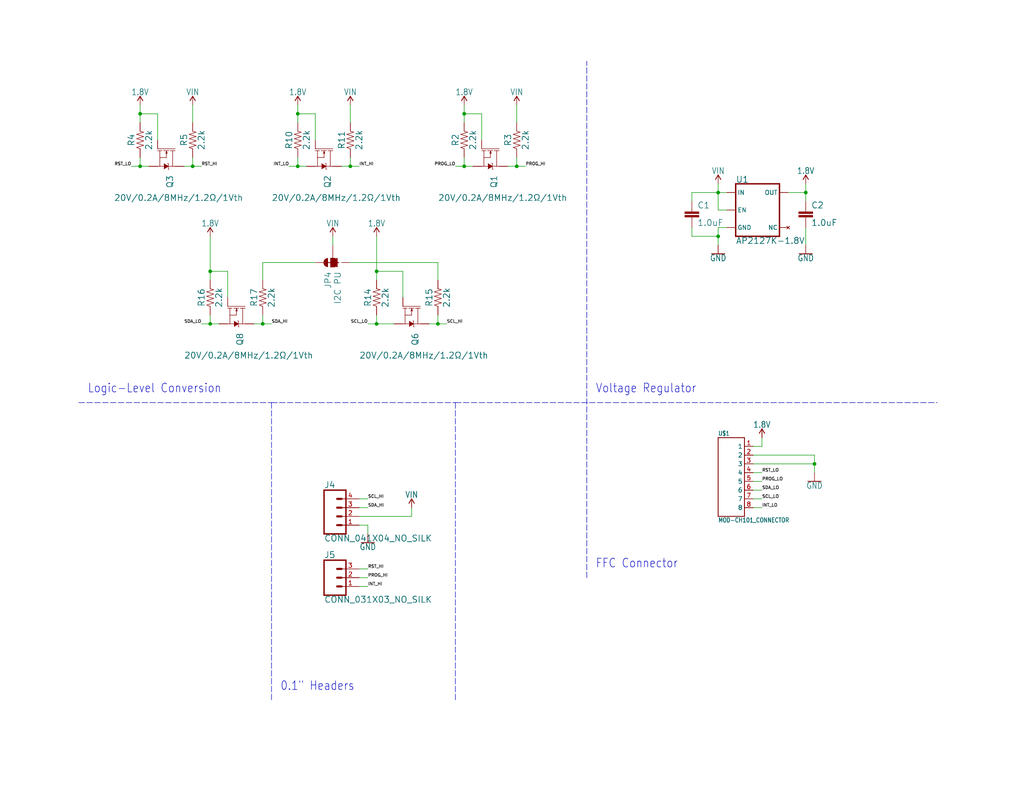
<source format=kicad_sch>
(kicad_sch (version 20211123) (generator eeschema)
  (paper "User" 297.002 228.092)
  (lib_symbols
    (symbol "Qwiic_Chirp_101-eagle-import:1.0UF-0603-16V-10%"
      (property "Reference" "C" (at 1.524 2.921 0))
      (property "Value" "1.0UF-0603-16V-10%" (at 1.524 -2.159 0))
      (symbol "1.0UF-0603-16V-10%_1_0"
        (rectangle (start -2.032 0.508) (end 2.032 1.016) (fill (type outline)))
        (rectangle (start -2.032 1.524) (end 2.032 2.032) (fill (type outline)))
        (polyline (pts (xy 0 0) (xy 0 0.508)) (stroke (width 0.1524)))
        (polyline (pts (xy 0 2.54) (xy 0 2.032)) (stroke (width 0.1524)))
        (pin passive line (at 0 5.08 270) (length 2.54) (name "1") (number "1"))
        (pin passive line (at 0 -2.54 90) (length 2.54) (name "2") (number "2"))
      )
    )
    (symbol "Qwiic_Chirp_101-eagle-import:1.8V" (power)
      (property "Value" "1.8V" (at 0 2.794 0))
      (symbol "1.8V_1_0"
        (polyline (pts (xy 0 2.54) (xy -0.762 1.27)) (stroke (width 0.254)))
        (polyline (pts (xy 0.762 1.27) (xy 0 2.54)) (stroke (width 0.254)))
        (pin power_in line (at 0 0 90) (length 2.54) (name "1.8V") (number "1"))
      )
    )
    (symbol "Qwiic_Chirp_101-eagle-import:2.2KOHM-0402T-1{slash}16W-1%"
      (property "Reference" "R" (at 0 1.524 0))
      (property "Value" "2.2KOHM-0402T-1{slash}16W-1%" (at 0 -1.524 0))
      (symbol "2.2KOHM-0402T-1{slash}16W-1%_1_0"
        (polyline (pts (xy -2.54 0) (xy -2.159 1.016)) (stroke (width 0.1524)))
        (polyline (pts (xy -2.159 1.016) (xy -1.524 -1.016)) (stroke (width 0.1524)))
        (polyline (pts (xy -1.524 -1.016) (xy -0.889 1.016)) (stroke (width 0.1524)))
        (polyline (pts (xy -0.889 1.016) (xy -0.254 -1.016)) (stroke (width 0.1524)))
        (polyline (pts (xy -0.254 -1.016) (xy 0.381 1.016)) (stroke (width 0.1524)))
        (polyline (pts (xy 0.381 1.016) (xy 1.016 -1.016)) (stroke (width 0.1524)))
        (polyline (pts (xy 1.016 -1.016) (xy 1.651 1.016)) (stroke (width 0.1524)))
        (polyline (pts (xy 1.651 1.016) (xy 2.286 -1.016)) (stroke (width 0.1524)))
        (polyline (pts (xy 2.286 -1.016) (xy 2.54 0)) (stroke (width 0.1524)))
        (pin passive line (at -5.08 0 0) (length 2.54) (name "1") (number "1"))
        (pin passive line (at 5.08 0 180) (length 2.54) (name "2") (number "2"))
      )
    )
    (symbol "Qwiic_Chirp_101-eagle-import:CONN_031X03_NO_SILK"
      (property "Reference" "J" (at -2.54 5.588 0))
      (property "Value" "CONN_031X03_NO_SILK" (at -2.54 -7.366 0))
      (symbol "CONN_031X03_NO_SILK_1_0"
        (polyline (pts (xy -2.54 5.08) (xy -2.54 -5.08)) (stroke (width 0.4064)))
        (polyline (pts (xy -2.54 5.08) (xy 3.81 5.08)) (stroke (width 0.4064)))
        (polyline (pts (xy 1.27 -2.54) (xy 2.54 -2.54)) (stroke (width 0.6096)))
        (polyline (pts (xy 1.27 0) (xy 2.54 0)) (stroke (width 0.6096)))
        (polyline (pts (xy 1.27 2.54) (xy 2.54 2.54)) (stroke (width 0.6096)))
        (polyline (pts (xy 3.81 -5.08) (xy -2.54 -5.08)) (stroke (width 0.4064)))
        (polyline (pts (xy 3.81 -5.08) (xy 3.81 5.08)) (stroke (width 0.4064)))
        (pin passive line (at 7.62 -2.54 180) (length 5.08) (name "1") (number "1"))
        (pin passive line (at 7.62 0 180) (length 5.08) (name "2") (number "2"))
        (pin passive line (at 7.62 2.54 180) (length 5.08) (name "3") (number "3"))
      )
    )
    (symbol "Qwiic_Chirp_101-eagle-import:CONN_041X04_NO_SILK"
      (property "Reference" "J" (at -5.08 8.128 0))
      (property "Value" "CONN_041X04_NO_SILK" (at -5.08 -7.366 0))
      (symbol "CONN_041X04_NO_SILK_1_0"
        (polyline (pts (xy -5.08 7.62) (xy -5.08 -5.08)) (stroke (width 0.4064)))
        (polyline (pts (xy -5.08 7.62) (xy 1.27 7.62)) (stroke (width 0.4064)))
        (polyline (pts (xy -1.27 -2.54) (xy 0 -2.54)) (stroke (width 0.6096)))
        (polyline (pts (xy -1.27 0) (xy 0 0)) (stroke (width 0.6096)))
        (polyline (pts (xy -1.27 2.54) (xy 0 2.54)) (stroke (width 0.6096)))
        (polyline (pts (xy -1.27 5.08) (xy 0 5.08)) (stroke (width 0.6096)))
        (polyline (pts (xy 1.27 -5.08) (xy -5.08 -5.08)) (stroke (width 0.4064)))
        (polyline (pts (xy 1.27 -5.08) (xy 1.27 7.62)) (stroke (width 0.4064)))
        (pin passive line (at 5.08 -2.54 180) (length 5.08) (name "1") (number "1"))
        (pin passive line (at 5.08 0 180) (length 5.08) (name "2") (number "2"))
        (pin passive line (at 5.08 2.54 180) (length 5.08) (name "3") (number "3"))
        (pin passive line (at 5.08 5.08 180) (length 5.08) (name "4") (number "4"))
      )
    )
    (symbol "Qwiic_Chirp_101-eagle-import:GND" (power)
      (property "Value" "GND" (at 0 -0.254 0))
      (symbol "GND_1_0"
        (polyline (pts (xy -1.905 0) (xy 1.905 0)) (stroke (width 0.254)))
        (pin power_in line (at 0 2.54 270) (length 2.54) (name "GND") (number "1"))
      )
    )
    (symbol "Qwiic_Chirp_101-eagle-import:JUMPER-SMT_3_2-NC_TRACE_SILK"
      (property "Reference" "JP" (at 2.54 0.381 0))
      (property "Value" "JUMPER-SMT_3_2-NC_TRACE_SILK" (at 2.54 -0.381 0))
      (symbol "JUMPER-SMT_3_2-NC_TRACE_SILK_1_0"
        (rectangle (start -1.27 -0.635) (end 1.27 0.635) (fill (type outline)))
        (polyline (pts (xy -2.54 0) (xy -1.27 0)) (stroke (width 0.1524)))
        (polyline (pts (xy -1.27 -0.635) (xy -1.27 0)) (stroke (width 0.1524)))
        (polyline (pts (xy -1.27 0) (xy -1.27 0.635)) (stroke (width 0.1524)))
        (polyline (pts (xy -1.27 0.635) (xy 1.27 0.635)) (stroke (width 0.1524)))
        (polyline (pts (xy 0 2.032) (xy 0 -1.778)) (stroke (width 0.254)))
        (polyline (pts (xy 1.27 -0.635) (xy -1.27 -0.635)) (stroke (width 0.1524)))
        (polyline (pts (xy 1.27 0.635) (xy 1.27 -0.635)) (stroke (width 0.1524)))
        (arc (start 0 2.667) (mid -0.898 2.295) (end -1.27 1.397) (stroke (width 0.0001)) (fill (type outline)))
        (arc (start 1.27 -1.397) (mid 0 -0.127) (end -1.27 -1.397) (stroke (width 0.0001)) (fill (type outline)))
        (arc (start 1.27 1.397) (mid 0.898 2.295) (end 0 2.667) (stroke (width 0.0001)) (fill (type outline)))
        (pin passive line (at 0 5.08 270) (length 2.54) (name "1") (number "1"))
        (pin passive line (at -5.08 0 0) (length 2.54) (name "2") (number "2"))
        (pin passive line (at 0 -5.08 90) (length 2.54) (name "3") (number "3"))
      )
    )
    (symbol "Qwiic_Chirp_101-eagle-import:MOD-CH101_CONNECTOR"
      (property "Value" "MOD-CH101_CONNECTOR" (at -2.54 -14.478 0))
      (symbol "MOD-CH101_CONNECTOR_1_0"
        (polyline (pts (xy -2.54 -12.7) (xy -2.54 10.16)) (stroke (width 0.254)))
        (polyline (pts (xy -2.54 10.16) (xy 5.08 10.16)) (stroke (width 0.254)))
        (polyline (pts (xy 5.08 -12.7) (xy -2.54 -12.7)) (stroke (width 0.254)))
        (polyline (pts (xy 5.08 10.16) (xy 5.08 -12.7)) (stroke (width 0.254)))
        (pin bidirectional line (at 7.62 7.62 180) (length 2.54) (name "1") (number "1"))
        (pin bidirectional line (at 7.62 5.08 180) (length 2.54) (name "2") (number "2"))
        (pin bidirectional line (at 7.62 2.54 180) (length 2.54) (name "3") (number "3"))
        (pin bidirectional line (at 7.62 0 180) (length 2.54) (name "4") (number "4"))
        (pin bidirectional line (at 7.62 -2.54 180) (length 2.54) (name "5") (number "5"))
        (pin bidirectional line (at 7.62 -5.08 180) (length 2.54) (name "6") (number "6"))
        (pin bidirectional line (at 7.62 -7.62 180) (length 2.54) (name "7") (number "7"))
        (pin bidirectional line (at 7.62 -10.16 180) (length 2.54) (name "8") (number "8"))
      )
    )
    (symbol "Qwiic_Chirp_101-eagle-import:MOSFET-NCH-RE1C002UN"
      (property "Reference" "Q" (at 5.08 0 0))
      (property "Value" "MOSFET-NCH-RE1C002UN" (at 5.08 -2.54 0))
      (symbol "MOSFET-NCH-RE1C002UN_1_0"
        (polyline (pts (xy -2.54 -2.54) (xy -2.54 2.54)) (stroke (width 0.1524)))
        (polyline (pts (xy -1.9812 -1.905) (xy -1.9812 -2.54)) (stroke (width 0.1524)))
        (polyline (pts (xy -1.9812 -1.905) (xy 0 -1.905)) (stroke (width 0.1524)))
        (polyline (pts (xy -1.9812 -1.2954) (xy -1.9812 -1.905)) (stroke (width 0.1524)))
        (polyline (pts (xy -1.9812 0.6858) (xy -1.9812 -0.8382)) (stroke (width 0.1524)))
        (polyline (pts (xy -1.9812 1.8034) (xy -1.9812 1.0922)) (stroke (width 0.1524)))
        (polyline (pts (xy -1.9812 1.8034) (xy 2.54 1.8034)) (stroke (width 0.1524)))
        (polyline (pts (xy -1.9812 2.54) (xy -1.9812 1.8034)) (stroke (width 0.1524)))
        (polyline (pts (xy 0 -1.905) (xy 0 0)) (stroke (width 0.1524)))
        (polyline (pts (xy 0 0) (xy -1.2192 0)) (stroke (width 0.1524)))
        (polyline (pts (xy 1.6002 0.381) (xy 1.778 0.5588)) (stroke (width 0.1524)))
        (polyline (pts (xy 2.54 -2.54) (xy 2.54 -1.905)) (stroke (width 0.1524)))
        (polyline (pts (xy 2.54 -1.905) (xy 0 -1.905)) (stroke (width 0.1524)))
        (polyline (pts (xy 2.54 -0.7112) (xy 2.54 -1.905)) (stroke (width 0.1524)))
        (polyline (pts (xy 2.54 0.5588) (xy 1.778 0.5588)) (stroke (width 0.1524)))
        (polyline (pts (xy 2.54 0.5588) (xy 3.302 0.5588)) (stroke (width 0.1524)))
        (polyline (pts (xy 2.54 1.8034) (xy 2.54 0.5588)) (stroke (width 0.1524)))
        (polyline (pts (xy 2.54 2.54) (xy 2.54 1.8034)) (stroke (width 0.1524)))
        (polyline (pts (xy 3.302 0.5588) (xy 3.4798 0.7366)) (stroke (width 0.1524)))
        (polyline (pts (xy -1.9812 0) (xy -1.2192 0.254) (xy -1.2192 -0.254)) (fill (type outline)))
        (polyline (pts (xy 1.778 -0.7112) (xy 2.54 0.5588) (xy 3.302 -0.7112)) (fill (type outline)))
        (pin bidirectional line (at -5.08 -2.54 0) (length 2.54) (name "G") (number "1"))
        (pin bidirectional line (at 2.54 -5.08 90) (length 2.54) (name "S") (number "2"))
        (pin bidirectional line (at 2.54 5.08 270) (length 2.54) (name "D") (number "3"))
      )
    )
    (symbol "Qwiic_Chirp_101-eagle-import:VIN" (power)
      (property "Value" "VIN" (at 0 2.794 0))
      (symbol "VIN_1_0"
        (polyline (pts (xy 0 2.54) (xy -0.762 1.27)) (stroke (width 0.254)))
        (polyline (pts (xy 0.762 1.27) (xy 0 2.54)) (stroke (width 0.254)))
        (pin power_in line (at 0 0 90) (length 2.54) (name "VIN") (number "1"))
      )
    )
    (symbol "Qwiic_Chirp_101-eagle-import:V_REG_AP2127K-1.8V"
      (property "Reference" "U" (at -7.62 7.874 0))
      (property "Value" "V_REG_AP2127K-1.8V" (at -7.62 -7.874 0))
      (symbol "V_REG_AP2127K-1.8V_1_0"
        (polyline (pts (xy -7.62 -7.62) (xy 5.08 -7.62)) (stroke (width 0.4064)))
        (polyline (pts (xy -7.62 7.62) (xy -7.62 -7.62)) (stroke (width 0.4064)))
        (polyline (pts (xy 5.08 -7.62) (xy 5.08 7.62)) (stroke (width 0.4064)))
        (polyline (pts (xy 5.08 7.62) (xy -7.62 7.62)) (stroke (width 0.4064)))
        (pin input line (at -10.16 5.08 0) (length 2.54) (name "IN") (number "1"))
        (pin input line (at -10.16 -5.08 0) (length 2.54) (name "GND") (number "2"))
        (pin input line (at -10.16 0 0) (length 2.54) (name "EN") (number "3"))
        (pin no_connect line (at 7.62 -5.08 180) (length 2.54) (name "NC") (number "4"))
        (pin passive line (at 7.62 5.08 180) (length 2.54) (name "OUT") (number "5"))
      )
    )
  )
  (junction (at 208.28 55.88))
  (junction (at 109.22 78.74))
  (junction (at 55.88 48.26))
  (junction (at 134.62 48.26))
  (junction (at 236.22 134.62))
  (junction (at 76.2 93.98))
  (junction (at 60.96 93.98))
  (junction (at 109.22 93.98))
  (junction (at 149.86 48.26))
  (junction (at 86.36 48.26))
  (junction (at 40.64 33.02))
  (junction (at 101.6 48.26))
  (junction (at 208.28 68.58))
  (junction (at 127 93.98))
  (junction (at 86.36 33.02))
  (junction (at 233.68 55.88))
  (junction (at 134.62 33.02))
  (junction (at 60.96 78.74))
  (junction (at 40.64 48.26))
  (wire (pts (xy 91.44 40.64) (xy 91.44 33.02)))
  (wire (pts (xy 218.44 134.62) (xy 236.22 134.62)))
  (wire (pts (xy 132.08 48.26) (xy 134.62 48.26)))
  (wire (pts (xy 55.88 35.56) (xy 55.88 30.48)))
  (wire (pts (xy 55.88 48.26) (xy 58.42 48.26)))
  (wire (pts (xy 210.82 55.88) (xy 208.28 55.88)))
  (polyline (pts (xy 170.18 167.64) (xy 170.18 17.78)))
  (wire (pts (xy 228.6 55.88) (xy 233.68 55.88)))
  (wire (pts (xy 218.44 139.7) (xy 220.98 139.7)))
  (wire (pts (xy 104.14 167.64) (xy 106.68 167.64)))
  (wire (pts (xy 149.86 35.56) (xy 149.86 30.48)))
  (wire (pts (xy 96.52 68.58) (xy 96.52 71.12)))
  (polyline (pts (xy 132.08 116.84) (xy 132.08 203.2)))
  (wire (pts (xy 233.68 55.88) (xy 233.68 58.42)))
  (wire (pts (xy 101.6 35.56) (xy 101.6 30.48)))
  (wire (pts (xy 40.64 45.72) (xy 40.64 48.26)))
  (wire (pts (xy 208.28 55.88) (xy 200.66 55.88)))
  (wire (pts (xy 208.28 66.04) (xy 208.28 68.58)))
  (wire (pts (xy 45.72 33.02) (xy 40.64 33.02)))
  (wire (pts (xy 60.96 91.44) (xy 60.96 93.98)))
  (wire (pts (xy 109.22 93.98) (xy 114.3 93.98)))
  (wire (pts (xy 76.2 76.2) (xy 91.44 76.2)))
  (wire (pts (xy 45.72 40.64) (xy 45.72 33.02)))
  (wire (pts (xy 210.82 60.96) (xy 208.28 60.96)))
  (wire (pts (xy 200.66 66.04) (xy 200.66 68.58)))
  (wire (pts (xy 127 76.2) (xy 127 81.28)))
  (polyline (pts (xy 78.74 116.84) (xy 132.08 116.84)))
  (wire (pts (xy 86.36 35.56) (xy 86.36 33.02)))
  (polyline (pts (xy 22.86 116.84) (xy 78.74 116.84)))
  (wire (pts (xy 99.06 48.26) (xy 101.6 48.26)))
  (wire (pts (xy 38.1 48.26) (xy 40.64 48.26)))
  (wire (pts (xy 104.14 170.18) (xy 106.68 170.18)))
  (wire (pts (xy 149.86 45.72) (xy 149.86 48.26)))
  (wire (pts (xy 106.68 152.4) (xy 106.68 154.94)))
  (wire (pts (xy 73.66 93.98) (xy 76.2 93.98)))
  (wire (pts (xy 109.22 81.28) (xy 109.22 78.74)))
  (wire (pts (xy 218.44 142.24) (xy 220.98 142.24)))
  (wire (pts (xy 218.44 147.32) (xy 220.98 147.32)))
  (wire (pts (xy 86.36 48.26) (xy 88.9 48.26)))
  (wire (pts (xy 233.68 55.88) (xy 233.68 53.34)))
  (wire (pts (xy 40.64 35.56) (xy 40.64 33.02)))
  (wire (pts (xy 208.28 68.58) (xy 208.28 71.12)))
  (wire (pts (xy 104.14 147.32) (xy 106.68 147.32)))
  (wire (pts (xy 210.82 66.04) (xy 208.28 66.04)))
  (wire (pts (xy 91.44 33.02) (xy 86.36 33.02)))
  (wire (pts (xy 218.44 129.54) (xy 220.98 129.54)))
  (polyline (pts (xy 132.08 116.84) (xy 271.78 116.84)))
  (wire (pts (xy 134.62 30.48) (xy 134.62 33.02)))
  (wire (pts (xy 218.44 144.78) (xy 220.98 144.78)))
  (wire (pts (xy 104.14 152.4) (xy 106.68 152.4)))
  (polyline (pts (xy 78.74 116.84) (xy 78.74 203.2)))
  (wire (pts (xy 104.14 144.78) (xy 106.68 144.78)))
  (wire (pts (xy 53.34 48.26) (xy 55.88 48.26)))
  (wire (pts (xy 149.86 48.26) (xy 152.4 48.26)))
  (wire (pts (xy 86.36 45.72) (xy 86.36 48.26)))
  (wire (pts (xy 66.04 86.36) (xy 66.04 78.74)))
  (wire (pts (xy 208.28 55.88) (xy 208.28 53.34)))
  (wire (pts (xy 76.2 91.44) (xy 76.2 93.98)))
  (wire (pts (xy 60.96 68.58) (xy 60.96 78.74)))
  (wire (pts (xy 104.14 149.86) (xy 119.38 149.86)))
  (wire (pts (xy 101.6 76.2) (xy 127 76.2)))
  (wire (pts (xy 55.88 45.72) (xy 55.88 48.26)))
  (wire (pts (xy 76.2 81.28) (xy 76.2 76.2)))
  (wire (pts (xy 127 91.44) (xy 127 93.98)))
  (wire (pts (xy 104.14 165.1) (xy 106.68 165.1)))
  (wire (pts (xy 208.28 60.96) (xy 208.28 55.88)))
  (wire (pts (xy 139.7 33.02) (xy 134.62 33.02)))
  (wire (pts (xy 40.64 30.48) (xy 40.64 33.02)))
  (wire (pts (xy 200.66 55.88) (xy 200.66 58.42)))
  (wire (pts (xy 60.96 81.28) (xy 60.96 78.74)))
  (wire (pts (xy 86.36 30.48) (xy 86.36 33.02)))
  (wire (pts (xy 147.32 48.26) (xy 149.86 48.26)))
  (wire (pts (xy 116.84 78.74) (xy 109.22 78.74)))
  (wire (pts (xy 236.22 132.08) (xy 236.22 134.62)))
  (wire (pts (xy 119.38 149.86) (xy 119.38 147.32)))
  (wire (pts (xy 127 93.98) (xy 129.54 93.98)))
  (wire (pts (xy 60.96 93.98) (xy 63.5 93.98)))
  (wire (pts (xy 101.6 48.26) (xy 104.14 48.26)))
  (wire (pts (xy 40.64 48.26) (xy 43.18 48.26)))
  (wire (pts (xy 139.7 40.64) (xy 139.7 33.02)))
  (wire (pts (xy 218.44 137.16) (xy 220.98 137.16)))
  (wire (pts (xy 200.66 68.58) (xy 208.28 68.58)))
  (wire (pts (xy 83.82 48.26) (xy 86.36 48.26)))
  (wire (pts (xy 101.6 45.72) (xy 101.6 48.26)))
  (wire (pts (xy 76.2 93.98) (xy 78.74 93.98)))
  (wire (pts (xy 116.84 86.36) (xy 116.84 78.74)))
  (wire (pts (xy 109.22 91.44) (xy 109.22 93.98)))
  (wire (pts (xy 66.04 78.74) (xy 60.96 78.74)))
  (wire (pts (xy 134.62 48.26) (xy 137.16 48.26)))
  (wire (pts (xy 109.22 68.58) (xy 109.22 78.74)))
  (wire (pts (xy 218.44 132.08) (xy 236.22 132.08)))
  (wire (pts (xy 233.68 66.04) (xy 233.68 71.12)))
  (wire (pts (xy 124.46 93.98) (xy 127 93.98)))
  (wire (pts (xy 220.98 129.54) (xy 220.98 127)))
  (wire (pts (xy 134.62 35.56) (xy 134.62 33.02)))
  (wire (pts (xy 106.68 93.98) (xy 109.22 93.98)))
  (wire (pts (xy 236.22 134.62) (xy 236.22 137.16)))
  (wire (pts (xy 134.62 45.72) (xy 134.62 48.26)))
  (wire (pts (xy 58.42 93.98) (xy 60.96 93.98)))
  (text "FFC Connector" (at 172.72 165.1 180) (effects (font (size 2.54 2.159)) (justify left bottom)))
  (text "Logic-Level Conversion" (at 25.4 114.3 180) (effects (font (size 2.54 2.159)) (justify left bottom)))
  (text "Voltage Regulator" (at 172.72 114.3 180) (effects (font (size 2.54 2.159)) (justify left bottom)))
  (text "0.1\" Headers" (at 81.28 200.66 180) (effects (font (size 2.54 2.159)) (justify left bottom)))
  (label "RST_HI" (at 58.42 48.26 0) (effects (font (size 0.889 0.889))))
  (label "SDA_LO" (at 220.98 142.24 0) (effects (font (size 0.889 0.889))))
  (label "PROG_HI" (at 152.4 48.26 0) (effects (font (size 0.889 0.889))))
  (label "RST_LO" (at 220.98 137.16 0) (effects (font (size 0.889 0.889))))
  (label "SDA_HI" (at 106.68 147.32 0) (effects (font (size 0.889 0.889))))
  (label "SCL_LO" (at 106.68 93.98 180) (effects (font (size 0.889 0.889))))
  (label "SDA_LO" (at 58.42 93.98 180) (effects (font (size 0.889 0.889))))
  (label "PROG_HI" (at 106.68 167.64 0) (effects (font (size 0.889 0.889))))
  (label "SDA_HI" (at 78.74 93.98 0) (effects (font (size 0.889 0.889))))
  (label "RST_HI" (at 106.68 165.1 0) (effects (font (size 0.889 0.889))))
  (label "INT_HI" (at 104.14 48.26 0) (effects (font (size 0.889 0.889))))
  (label "SCL_HI" (at 129.54 93.98 0) (effects (font (size 0.889 0.889))))
  (label "INT_HI" (at 106.68 170.18 0) (effects (font (size 0.889 0.889))))
  (label "INT_LO" (at 83.82 48.26 180) (effects (font (size 0.889 0.889))))
  (label "PROG_LO" (at 220.98 139.7 0) (effects (font (size 0.889 0.889))))
  (label "RST_LO" (at 38.1 48.26 180) (effects (font (size 0.889 0.889))))
  (label "PROG_LO" (at 132.08 48.26 180) (effects (font (size 0.889 0.889))))
  (label "INT_LO" (at 220.98 147.32 0) (effects (font (size 0.889 0.889))))
  (label "SCL_HI" (at 106.68 144.78 0) (effects (font (size 0.889 0.889))))
  (label "SCL_LO" (at 220.98 144.78 0) (effects (font (size 0.889 0.889))))
  (symbol (lib_id "Qwiic_Chirp_101-eagle-import:MOSFET-NCH-RE1C002UN") (at 142.24 45.72 270) (unit 1)
    (property "Reference" "Q1" (at 142.24 50.8 0) (effects (font (size 1.778 1.778)) (justify left bottom)))
    (property "Value" "20V/0.2A/8MHz/1.2Ω/1Vth" (at 127 58.42 90) (effects (font (size 1.778 1.778)) (justify left bottom)))
    (property "Footprint" "Qwiic_Chirp_101:SOT-416FL" (effects hide))
  )
  (symbol (lib_id "Qwiic_Chirp_101-eagle-import:1.0UF-0603-16V-10%") (at 200.66 63.5 0) (unit 1)
    (property "Reference" "C1" (at 202.184 60.579 0) (effects (font (size 1.778 1.778)) (justify left bottom)))
    (property "Value" "1.0uF" (at 202.184 65.659 0) (effects (font (size 1.778 1.778)) (justify left bottom)))
    (property "Footprint" "Capacitor_SMD:C_0805_2012Metric_Pad1.18x1.45mm_HandSolder" (effects hide))
  )
  (symbol (lib_id "Qwiic_Chirp_101-eagle-import:2.2KOHM-0402T-1{slash}16W-1%") (at 76.2 86.36 90) (unit 1)
    (property "Reference" "R17" (at 74.676 86.36 0) (effects (font (size 1.778 1.778)) (justify bottom)))
    (property "Value" "2.2k" (at 77.724 86.36 0) (effects (font (size 1.778 1.778)) (justify top)))
    (property "Footprint" "Resistor_SMD:R_0805_2012Metric_Pad1.20x1.40mm_HandSolder" (effects hide))
  )
  (symbol (lib_id "Qwiic_Chirp_101-eagle-import:2.2KOHM-0402T-1{slash}16W-1%") (at 134.62 40.64 90) (unit 1)
    (property "Reference" "R2" (at 133.096 40.64 0) (effects (font (size 1.778 1.778)) (justify bottom)))
    (property "Value" "2.2k" (at 136.144 40.64 0) (effects (font (size 1.778 1.778)) (justify top)))
    (property "Footprint" "Resistor_SMD:R_0805_2012Metric_Pad1.20x1.40mm_HandSolder" (effects hide))
  )
  (symbol (lib_id "Qwiic_Chirp_101-eagle-import:VIN") (at 55.88 30.48 0) (unit 1)
    (property "Reference" "#SUPPLY010" (effects hide))
    (property "Value" "VIN" (at 55.88 27.686 0) (effects (font (size 1.778 1.5113)) (justify bottom)))
    (property "Footprint" "Qwiic_Chirp_101:" (effects hide))
  )
  (symbol (lib_id "Qwiic_Chirp_101-eagle-import:VIN") (at 208.28 53.34 0) (unit 1)
    (property "Reference" "#SUPPLY01" (effects hide))
    (property "Value" "VIN" (at 208.28 50.546 0) (effects (font (size 1.778 1.5113)) (justify bottom)))
    (property "Footprint" "Qwiic_Chirp_101:" (effects hide))
  )
  (symbol (lib_id "Qwiic_Chirp_101-eagle-import:VIN") (at 96.52 68.58 0) (unit 1)
    (property "Reference" "#SUPPLY011" (effects hide))
    (property "Value" "VIN" (at 96.52 65.786 0) (effects (font (size 1.778 1.5113)) (justify bottom)))
    (property "Footprint" "Qwiic_Chirp_101:" (effects hide))
  )
  (symbol (lib_id "Qwiic_Chirp_101-eagle-import:1.0UF-0603-16V-10%") (at 233.68 63.5 0) (unit 1)
    (property "Reference" "C2" (at 235.204 60.579 0) (effects (font (size 1.778 1.778)) (justify left bottom)))
    (property "Value" "1.0uF" (at 235.204 65.659 0) (effects (font (size 1.778 1.778)) (justify left bottom)))
    (property "Footprint" "Capacitor_SMD:C_0805_2012Metric_Pad1.18x1.45mm_HandSolder" (effects hide))
  )
  (symbol (lib_id "Qwiic_Chirp_101-eagle-import:2.2KOHM-0402T-1{slash}16W-1%") (at 149.86 40.64 90) (unit 1)
    (property "Reference" "R3" (at 148.336 40.64 0) (effects (font (size 1.778 1.778)) (justify bottom)))
    (property "Value" "2.2k" (at 151.384 40.64 0) (effects (font (size 1.778 1.778)) (justify top)))
    (property "Footprint" "Resistor_SMD:R_0805_2012Metric_Pad1.20x1.40mm_HandSolder" (effects hide))
  )
  (symbol (lib_id "Qwiic_Chirp_101-eagle-import:2.2KOHM-0402T-1{slash}16W-1%") (at 55.88 40.64 90) (unit 1)
    (property "Reference" "R5" (at 54.356 40.64 0) (effects (font (size 1.778 1.778)) (justify bottom)))
    (property "Value" "2.2k" (at 57.404 40.64 0) (effects (font (size 1.778 1.778)) (justify top)))
    (property "Footprint" "Resistor_SMD:R_0805_2012Metric_Pad1.20x1.40mm_HandSolder" (effects hide))
  )
  (symbol (lib_id "Qwiic_Chirp_101-eagle-import:1.8V") (at 40.64 30.48 0) (unit 1)
    (property "Reference" "#SUPPLY09" (effects hide))
    (property "Value" "1.8V" (at 40.64 27.686 0) (effects (font (size 1.778 1.5113)) (justify bottom)))
    (property "Footprint" "Qwiic_Chirp_101:" (effects hide))
  )
  (symbol (lib_id "Qwiic_Chirp_101-eagle-import:MOD-CH101_CONNECTOR") (at 210.82 137.16 0) (unit 1)
    (property "Reference" "U$1" (at 208.28 126.492 0) (effects (font (size 1.27 1.0795)) (justify left bottom)))
    (property "Value" "MOD-CH101_CONNECTOR" (at 208.28 151.638 0) (effects (font (size 1.27 1.0795)) (justify left bottom)))
    (property "Footprint" "Qwiic_Chirp_101:FPC_MOLEX5034800800" (effects hide))
  )
  (symbol (lib_id "Qwiic_Chirp_101-eagle-import:1.8V") (at 233.68 53.34 0) (unit 1)
    (property "Reference" "#SUPPLY03" (effects hide))
    (property "Value" "1.8V" (at 233.68 50.546 0) (effects (font (size 1.778 1.5113)) (justify bottom)))
    (property "Footprint" "Qwiic_Chirp_101:" (effects hide))
  )
  (symbol (lib_id "Qwiic_Chirp_101-eagle-import:2.2KOHM-0402T-1{slash}16W-1%") (at 60.96 86.36 90) (unit 1)
    (property "Reference" "R16" (at 59.436 86.36 0) (effects (font (size 1.778 1.778)) (justify bottom)))
    (property "Value" "2.2k" (at 62.484 86.36 0) (effects (font (size 1.778 1.778)) (justify top)))
    (property "Footprint" "Resistor_SMD:R_0805_2012Metric_Pad1.20x1.40mm_HandSolder" (effects hide))
  )
  (symbol (lib_id "Qwiic_Chirp_101-eagle-import:MOSFET-NCH-RE1C002UN") (at 119.38 91.44 270) (unit 1)
    (property "Reference" "Q6" (at 119.38 96.52 0) (effects (font (size 1.778 1.778)) (justify left bottom)))
    (property "Value" "20V/0.2A/8MHz/1.2Ω/1Vth" (at 104.14 104.14 90) (effects (font (size 1.778 1.778)) (justify left bottom)))
    (property "Footprint" "Qwiic_Chirp_101:SOT-416FL" (effects hide))
  )
  (symbol (lib_id "Qwiic_Chirp_101-eagle-import:1.8V") (at 220.98 127 0) (unit 1)
    (property "Reference" "#SUPPLY02" (effects hide))
    (property "Value" "1.8V" (at 220.98 124.206 0) (effects (font (size 1.778 1.5113)) (justify bottom)))
    (property "Footprint" "Qwiic_Chirp_101:" (effects hide))
  )
  (symbol (lib_id "Qwiic_Chirp_101-eagle-import:MOSFET-NCH-RE1C002UN") (at 68.58 91.44 270) (unit 1)
    (property "Reference" "Q8" (at 68.58 96.52 0) (effects (font (size 1.778 1.778)) (justify left bottom)))
    (property "Value" "20V/0.2A/8MHz/1.2Ω/1Vth" (at 53.34 104.14 90) (effects (font (size 1.778 1.778)) (justify left bottom)))
    (property "Footprint" "Qwiic_Chirp_101:SOT-416FL" (effects hide))
  )
  (symbol (lib_id "Qwiic_Chirp_101-eagle-import:MOSFET-NCH-RE1C002UN") (at 48.26 45.72 270) (unit 1)
    (property "Reference" "Q3" (at 48.26 50.8 0) (effects (font (size 1.778 1.778)) (justify left bottom)))
    (property "Value" "20V/0.2A/8MHz/1.2Ω/1Vth" (at 33.02 58.42 90) (effects (font (size 1.778 1.778)) (justify left bottom)))
    (property "Footprint" "Qwiic_Chirp_101:SOT-416FL" (effects hide))
  )
  (symbol (lib_id "Qwiic_Chirp_101-eagle-import:2.2KOHM-0402T-1{slash}16W-1%") (at 86.36 40.64 90) (unit 1)
    (property "Reference" "R10" (at 84.836 40.64 0) (effects (font (size 1.778 1.778)) (justify bottom)))
    (property "Value" "2.2k" (at 87.884 40.64 0) (effects (font (size 1.778 1.778)) (justify top)))
    (property "Footprint" "Resistor_SMD:R_0805_2012Metric_Pad1.20x1.40mm_HandSolder" (effects hide))
  )
  (symbol (lib_id "Qwiic_Chirp_101-eagle-import:2.2KOHM-0402T-1{slash}16W-1%") (at 109.22 86.36 90) (unit 1)
    (property "Reference" "R14" (at 107.696 86.36 0) (effects (font (size 1.778 1.778)) (justify bottom)))
    (property "Value" "2.2k" (at 110.744 86.36 0) (effects (font (size 1.778 1.778)) (justify top)))
    (property "Footprint" "Resistor_SMD:R_0805_2012Metric_Pad1.20x1.40mm_HandSolder" (effects hide))
  )
  (symbol (lib_id "Qwiic_Chirp_101-eagle-import:GND") (at 233.68 73.66 0) (unit 1)
    (property "Reference" "#GND03" (effects hide))
    (property "Value" "GND" (at 233.68 73.914 0) (effects (font (size 1.778 1.5113)) (justify top)))
    (property "Footprint" "Qwiic_Chirp_101:" (effects hide))
  )
  (symbol (lib_id "Qwiic_Chirp_101-eagle-import:VIN") (at 119.38 147.32 0) (unit 1)
    (property "Reference" "#SUPPLY012" (effects hide))
    (property "Value" "VIN" (at 119.38 144.526 0) (effects (font (size 1.778 1.5113)) (justify bottom)))
    (property "Footprint" "Qwiic_Chirp_101:" (effects hide))
  )
  (symbol (lib_id "Qwiic_Chirp_101-eagle-import:2.2KOHM-0402T-1{slash}16W-1%") (at 101.6 40.64 90) (unit 1)
    (property "Reference" "R11" (at 100.076 40.64 0) (effects (font (size 1.778 1.778)) (justify bottom)))
    (property "Value" "2.2k" (at 103.124 40.64 0) (effects (font (size 1.778 1.778)) (justify top)))
    (property "Footprint" "Resistor_SMD:R_0805_2012Metric_Pad1.20x1.40mm_HandSolder" (effects hide))
  )
  (symbol (lib_id "Qwiic_Chirp_101-eagle-import:MOSFET-NCH-RE1C002UN") (at 93.98 45.72 270) (unit 1)
    (property "Reference" "Q2" (at 93.98 50.8 0) (effects (font (size 1.778 1.778)) (justify left bottom)))
    (property "Value" "20V/0.2A/8MHz/1.2Ω/1Vth" (at 78.74 58.42 90) (effects (font (size 1.778 1.778)) (justify left bottom)))
    (property "Footprint" "Qwiic_Chirp_101:SOT-416FL" (effects hide))
  )
  (symbol (lib_id "Qwiic_Chirp_101-eagle-import:1.8V") (at 60.96 68.58 0) (unit 1)
    (property "Reference" "#SUPPLY020" (effects hide))
    (property "Value" "1.8V" (at 60.96 65.786 0) (effects (font (size 1.778 1.5113)) (justify bottom)))
    (property "Footprint" "Qwiic_Chirp_101:" (effects hide))
  )
  (symbol (lib_id "Qwiic_Chirp_101-eagle-import:VIN") (at 149.86 30.48 0) (unit 1)
    (property "Reference" "#SUPPLY08" (effects hide))
    (property "Value" "VIN" (at 149.86 27.686 0) (effects (font (size 1.778 1.5113)) (justify bottom)))
    (property "Footprint" "Qwiic_Chirp_101:" (effects hide))
  )
  (symbol (lib_id "Qwiic_Chirp_101-eagle-import:VIN") (at 101.6 30.48 0) (unit 1)
    (property "Reference" "#SUPPLY015" (effects hide))
    (property "Value" "VIN" (at 101.6 27.686 0) (effects (font (size 1.778 1.5113)) (justify bottom)))
    (property "Footprint" "Qwiic_Chirp_101:" (effects hide))
  )
  (symbol (lib_id "Qwiic_Chirp_101-eagle-import:GND") (at 208.28 73.66 0) (unit 1)
    (property "Reference" "#GND02" (effects hide))
    (property "Value" "GND" (at 208.28 73.914 0) (effects (font (size 1.778 1.5113)) (justify top)))
    (property "Footprint" "Qwiic_Chirp_101:" (effects hide))
  )
  (symbol (lib_id "Qwiic_Chirp_101-eagle-import:GND") (at 236.22 139.7 0) (unit 1)
    (property "Reference" "#GND01" (effects hide))
    (property "Value" "GND" (at 236.22 139.954 0) (effects (font (size 1.778 1.5113)) (justify top)))
    (property "Footprint" "Qwiic_Chirp_101:" (effects hide))
  )
  (symbol (lib_id "Qwiic_Chirp_101-eagle-import:V_REG_AP2127K-1.8V") (at 220.98 60.96 0) (unit 1)
    (property "Reference" "U1" (at 213.36 53.086 0) (effects (font (size 1.778 1.778)) (justify left bottom)))
    (property "Value" "AP2127K-1.8V" (at 213.36 68.834 0) (effects (font (size 1.778 1.778)) (justify left top)))
    (property "Footprint" "Qwiic_Chirp_101:SOT23-5" (effects hide))
  )
  (symbol (lib_id "Qwiic_Chirp_101-eagle-import:JUMPER-SMT_3_2-NC_TRACE_SILK") (at 96.52 76.2 90) (mirror x) (unit 1)
    (property "Reference" "JP4" (at 96.139 78.74 0) (effects (font (size 1.778 1.778)) (justify left bottom)))
    (property "Value" "I2C PU" (at 96.901 78.74 0) (effects (font (size 1.778 1.778)) (justify left top)))
    (property "Footprint" "Qwiic_Chirp_101:SMT-JUMPER_3_2-NC_TRACE_SILK" (effects hide))
  )
  (symbol (lib_id "Qwiic_Chirp_101-eagle-import:GND") (at 106.68 157.48 0) (unit 1)
    (property "Reference" "#GND07" (effects hide))
    (property "Value" "GND" (at 106.68 157.734 0) (effects (font (size 1.778 1.5113)) (justify top)))
    (property "Footprint" "Qwiic_Chirp_101:" (effects hide))
  )
  (symbol (lib_id "Qwiic_Chirp_101-eagle-import:1.8V") (at 86.36 30.48 0) (unit 1)
    (property "Reference" "#SUPPLY014" (effects hide))
    (property "Value" "1.8V" (at 86.36 27.686 0) (effects (font (size 1.778 1.5113)) (justify bottom)))
    (property "Footprint" "Qwiic_Chirp_101:" (effects hide))
  )
  (symbol (lib_id "Qwiic_Chirp_101-eagle-import:2.2KOHM-0402T-1{slash}16W-1%") (at 127 86.36 90) (unit 1)
    (property "Reference" "R15" (at 125.476 86.36 0) (effects (font (size 1.778 1.778)) (justify bottom)))
    (property "Value" "2.2k" (at 128.524 86.36 0) (effects (font (size 1.778 1.778)) (justify top)))
    (property "Footprint" "Resistor_SMD:R_0805_2012Metric_Pad1.20x1.40mm_HandSolder" (effects hide))
  )
  (symbol (lib_id "Qwiic_Chirp_101-eagle-import:CONN_031X03_NO_SILK") (at 96.52 167.64 0) (unit 1)
    (property "Reference" "J5" (at 93.98 162.052 0) (effects (font (size 1.778 1.778)) (justify left bottom)))
    (property "Value" "CONN_031X03_NO_SILK" (at 93.98 175.006 0) (effects (font (size 1.778 1.778)) (justify left bottom)))
    (property "Footprint" "Qwiic_Chirp_101:1X03_NO_SILK" (effects hide))
  )
  (symbol (lib_id "Qwiic_Chirp_101-eagle-import:1.8V") (at 109.22 68.58 0) (unit 1)
    (property "Reference" "#SUPPLY018" (effects hide))
    (property "Value" "1.8V" (at 109.22 65.786 0) (effects (font (size 1.778 1.5113)) (justify bottom)))
    (property "Footprint" "Qwiic_Chirp_101:" (effects hide))
  )
  (symbol (lib_id "Qwiic_Chirp_101-eagle-import:2.2KOHM-0402T-1{slash}16W-1%") (at 40.64 40.64 90) (unit 1)
    (property "Reference" "R4" (at 39.116 40.64 0) (effects (font (size 1.778 1.778)) (justify bottom)))
    (property "Value" "2.2k" (at 42.164 40.64 0) (effects (font (size 1.778 1.778)) (justify top)))
    (property "Footprint" "Resistor_SMD:R_0805_2012Metric_Pad1.20x1.40mm_HandSolder" (effects hide))
  )
  (symbol (lib_id "Qwiic_Chirp_101-eagle-import:CONN_041X04_NO_SILK") (at 99.06 149.86 0) (unit 1)
    (property "Reference" "J4" (at 93.98 141.732 0) (effects (font (size 1.778 1.778)) (justify left bottom)))
    (property "Value" "CONN_041X04_NO_SILK" (at 93.98 157.226 0) (effects (font (size 1.778 1.778)) (justify left bottom)))
    (property "Footprint" "Qwiic_Chirp_101:1X04_NO_SILK" (effects hide))
  )
  (symbol (lib_id "Qwiic_Chirp_101-eagle-import:1.8V") (at 134.62 30.48 0) (unit 1)
    (property "Reference" "#SUPPLY07" (effects hide))
    (property "Value" "1.8V" (at 134.62 27.686 0) (effects (font (size 1.778 1.5113)) (justify bottom)))
    (property "Footprint" "Qwiic_Chirp_101:" (effects hide))
  )
)
</source>
